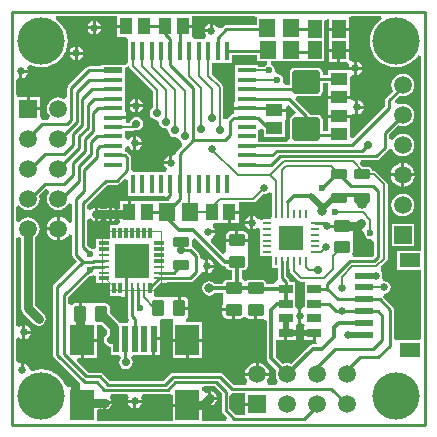
<source format=gtl>
G04 Layer_Physical_Order=1*
G04 Layer_Color=255*
%FSLAX24Y24*%
%MOIN*%
G70*
G01*
G75*
%ADD10R,0.0787X0.0984*%
%ADD11R,0.0197X0.0906*%
%ADD12R,0.0610X0.0236*%
%ADD13R,0.0709X0.0472*%
%ADD14R,0.0472X0.0276*%
%ADD15O,0.0315X0.0098*%
%ADD16R,0.0315X0.0098*%
%ADD17R,0.0098X0.0315*%
%ADD18R,0.0787X0.0787*%
%ADD19R,0.1181X0.1181*%
%ADD20R,0.0380X0.0120*%
%ADD21R,0.0380X0.0110*%
%ADD22R,0.0380X0.0115*%
%ADD23R,0.0120X0.0380*%
%ADD24R,0.0110X0.0380*%
%ADD25R,0.0551X0.0433*%
%ADD26R,0.0551X0.0591*%
G04:AMPARAMS|DCode=27|XSize=55.1mil|YSize=39.4mil|CornerRadius=4.9mil|HoleSize=0mil|Usage=FLASHONLY|Rotation=270.000|XOffset=0mil|YOffset=0mil|HoleType=Round|Shape=RoundedRectangle|*
%AMROUNDEDRECTD27*
21,1,0.0551,0.0295,0,0,270.0*
21,1,0.0453,0.0394,0,0,270.0*
1,1,0.0098,-0.0148,-0.0226*
1,1,0.0098,-0.0148,0.0226*
1,1,0.0098,0.0148,0.0226*
1,1,0.0098,0.0148,-0.0226*
%
%ADD27ROUNDEDRECTD27*%
%ADD28R,0.0472X0.0591*%
%ADD29R,0.0433X0.0551*%
%ADD30R,0.0177X0.0630*%
%ADD31R,0.0630X0.0177*%
%ADD32R,0.0630X0.0197*%
G04:AMPARAMS|DCode=33|XSize=55.1mil|YSize=39.4mil|CornerRadius=4.9mil|HoleSize=0mil|Usage=FLASHONLY|Rotation=0.000|XOffset=0mil|YOffset=0mil|HoleType=Round|Shape=RoundedRectangle|*
%AMROUNDEDRECTD33*
21,1,0.0551,0.0295,0,0,0.0*
21,1,0.0453,0.0394,0,0,0.0*
1,1,0.0098,0.0226,-0.0148*
1,1,0.0098,-0.0226,-0.0148*
1,1,0.0098,-0.0226,0.0148*
1,1,0.0098,0.0226,0.0148*
%
%ADD33ROUNDEDRECTD33*%
G04:AMPARAMS|DCode=34|XSize=51.2mil|YSize=31.5mil|CornerRadius=3.9mil|HoleSize=0mil|Usage=FLASHONLY|Rotation=0.000|XOffset=0mil|YOffset=0mil|HoleType=Round|Shape=RoundedRectangle|*
%AMROUNDEDRECTD34*
21,1,0.0512,0.0236,0,0,0.0*
21,1,0.0433,0.0315,0,0,0.0*
1,1,0.0079,0.0217,-0.0118*
1,1,0.0079,-0.0217,-0.0118*
1,1,0.0079,-0.0217,0.0118*
1,1,0.0079,0.0217,0.0118*
%
%ADD34ROUNDEDRECTD34*%
G04:AMPARAMS|DCode=35|XSize=78.7mil|YSize=94.5mil|CornerRadius=9.8mil|HoleSize=0mil|Usage=FLASHONLY|Rotation=90.000|XOffset=0mil|YOffset=0mil|HoleType=Round|Shape=RoundedRectangle|*
%AMROUNDEDRECTD35*
21,1,0.0787,0.0748,0,0,90.0*
21,1,0.0591,0.0945,0,0,90.0*
1,1,0.0197,0.0374,0.0295*
1,1,0.0197,0.0374,-0.0295*
1,1,0.0197,-0.0374,-0.0295*
1,1,0.0197,-0.0374,0.0295*
%
%ADD35ROUNDEDRECTD35*%
%ADD36C,0.0100*%
%ADD37C,0.0300*%
%ADD38C,0.0080*%
%ADD39C,0.0200*%
%ADD40C,0.0120*%
%ADD41C,0.0140*%
%ADD42C,0.0000*%
%ADD43C,0.1575*%
%ADD44C,0.0591*%
%ADD45R,0.0591X0.0591*%
%ADD46R,0.0591X0.0591*%
%ADD47C,0.0256*%
%ADD48C,0.0315*%
%ADD49C,0.0236*%
%ADD50C,0.0276*%
%ADD51C,0.0394*%
%ADD52C,0.0260*%
G36*
X38213Y30375D02*
Y29913D01*
X38206D01*
Y29623D01*
X38148Y29512D01*
X37932D01*
X37881Y29502D01*
X37862Y29489D01*
X37835Y29486D01*
X37764Y29497D01*
X37720Y29511D01*
X37692Y29552D01*
X37617Y29603D01*
X37578Y29610D01*
Y29388D01*
Y29165D01*
X37617Y29173D01*
X37683Y29217D01*
X37729Y29207D01*
X37803Y29173D01*
Y28660D01*
Y28266D01*
X38206D01*
Y27863D01*
X38400D01*
Y27533D01*
X38404Y27514D01*
X38339Y27394D01*
X38339D01*
X38246Y27329D01*
X38006D01*
Y27340D01*
X37996Y27390D01*
X37967Y27433D01*
X37924Y27461D01*
X37874Y27472D01*
X37421D01*
X37371Y27461D01*
X37328Y27433D01*
X37288D01*
X37181Y27529D01*
Y27804D01*
X37254D01*
X37304Y27814D01*
X37347Y27843D01*
X37376Y27885D01*
X37386Y27936D01*
Y28231D01*
X37382Y28251D01*
X37382Y28251D01*
Y28567D01*
X37394Y28586D01*
X37406Y28644D01*
Y28742D01*
X36649D01*
Y28644D01*
X36661Y28586D01*
X36673Y28567D01*
Y28404D01*
X36553Y28354D01*
X36158Y28749D01*
X36161Y28793D01*
X36189Y28888D01*
X36242Y28923D01*
X36292Y28999D01*
X36300Y29038D01*
X36078D01*
Y29138D01*
X36300D01*
X36292Y29177D01*
X36242Y29252D01*
X36227Y29262D01*
X36263Y29382D01*
X36456D01*
Y29362D01*
X36723D01*
Y29738D01*
X36773D01*
Y29788D01*
X37089D01*
Y30065D01*
X37578D01*
X37624Y30075D01*
X37664Y30101D01*
X37895Y30332D01*
X37928Y30326D01*
X38009Y30342D01*
X38077Y30388D01*
X38093Y30411D01*
X38213Y30375D01*
D02*
G37*
G36*
X33384Y30800D02*
Y30268D01*
X34624D01*
Y30248D01*
X34710D01*
X34774Y30128D01*
X34764Y30113D01*
X34328D01*
X34319Y30093D01*
X33749D01*
Y30113D01*
X33482D01*
Y29738D01*
X33382D01*
Y30113D01*
X33116D01*
Y29846D01*
X32996Y29809D01*
X32980Y29834D01*
X32903Y29884D01*
X32864Y29892D01*
Y29668D01*
Y29443D01*
X32903Y29451D01*
X32980Y29502D01*
X32996Y29526D01*
X33116Y29490D01*
Y29362D01*
X33020Y29303D01*
X32797D01*
Y28848D01*
X32343D01*
Y28559D01*
X32339Y28556D01*
X32223Y28506D01*
X32195Y28524D01*
X32118Y28540D01*
X32040Y28623D01*
Y29489D01*
X32160Y29525D01*
X32176Y29502D01*
X32252Y29451D01*
X32291Y29443D01*
Y29668D01*
Y29892D01*
X32252Y29884D01*
X32176Y29834D01*
X32160Y29810D01*
X32040Y29847D01*
Y29983D01*
X32712Y30655D01*
X33028D01*
X33078Y30665D01*
X33121Y30694D01*
X33273Y30846D01*
X33384Y30800D01*
D02*
G37*
G36*
X30703Y30510D02*
X30750Y30432D01*
X30755Y30384D01*
X30750Y30377D01*
X30712Y30286D01*
X30699Y30188D01*
X30712Y30090D01*
X30750Y29999D01*
X30810Y29920D01*
X30888Y29860D01*
X30980Y29822D01*
X31078Y29809D01*
X31176Y29822D01*
X31267Y29860D01*
X31345Y29920D01*
X31405Y29999D01*
X31425Y30046D01*
X31545Y30022D01*
Y29406D01*
X31425Y29382D01*
X31423Y29387D01*
X31359Y29470D01*
X31277Y29533D01*
X31181Y29573D01*
X31128Y29580D01*
Y29188D01*
Y28796D01*
X31181Y28803D01*
X31277Y28843D01*
X31359Y28906D01*
X31423Y28988D01*
X31425Y28994D01*
X31545Y28970D01*
Y28298D01*
X31555Y28247D01*
X31584Y28204D01*
X31698Y28090D01*
X30934Y27325D01*
X30905Y27282D01*
X30895Y27232D01*
Y24988D01*
X30905Y24937D01*
X30934Y24894D01*
X31809Y24019D01*
X31759Y23899D01*
X31382D01*
X31301Y23985D01*
X31237Y24106D01*
X31128Y24238D01*
X30996Y24347D01*
X30845Y24427D01*
X30682Y24477D01*
X30512Y24494D01*
X30342Y24477D01*
X30223Y24441D01*
X30186Y24456D01*
X30121Y24501D01*
X30103Y24523D01*
X30092Y24577D01*
X30042Y24652D01*
X29966Y24703D01*
X29928Y24710D01*
Y24488D01*
X29828D01*
Y24710D01*
X29789Y24703D01*
X29780Y24697D01*
X29660Y24761D01*
Y25512D01*
X29712Y25543D01*
X29780Y25562D01*
X29839Y25523D01*
X29878Y25515D01*
Y25738D01*
Y25960D01*
X29839Y25953D01*
X29780Y25913D01*
X29712Y25933D01*
X29660Y25964D01*
Y28870D01*
X29780Y28918D01*
X29843Y28867D01*
Y26538D01*
X29861Y26448D01*
X29912Y26372D01*
X30262Y26022D01*
X30338Y25971D01*
X30428Y25953D01*
X30517Y25971D01*
X30593Y26022D01*
X30644Y26098D01*
X30662Y26188D01*
X30644Y26278D01*
X30593Y26354D01*
X30312Y26635D01*
Y28895D01*
X30345Y28920D01*
X30405Y28999D01*
X30443Y29090D01*
X30456Y29188D01*
X30443Y29286D01*
X30405Y29377D01*
X30345Y29455D01*
X30267Y29516D01*
X30176Y29553D01*
X30078Y29566D01*
X29980Y29553D01*
X29888Y29516D01*
X29810Y29455D01*
X29780Y29417D01*
X29660Y29457D01*
Y29918D01*
X29780Y29959D01*
X29810Y29920D01*
X29888Y29860D01*
X29980Y29822D01*
X30078Y29809D01*
X30176Y29822D01*
X30267Y29860D01*
X30345Y29920D01*
X30405Y29999D01*
X30443Y30090D01*
X30456Y30188D01*
X30443Y30286D01*
X30434Y30307D01*
X30639Y30511D01*
X30703Y30510D01*
D02*
G37*
G36*
X38993Y33085D02*
X38936Y32972D01*
X38894Y32964D01*
X38835Y32924D01*
X38795Y32865D01*
X38782Y32796D01*
Y32205D01*
X38692Y32090D01*
X37747D01*
Y32464D01*
X37867Y32521D01*
X37922Y32478D01*
Y32246D01*
X38633D01*
Y32817D01*
X38653D01*
Y33083D01*
X38278D01*
Y33183D01*
X38653D01*
Y33255D01*
X38773Y33305D01*
X38993Y33085D01*
D02*
G37*
G36*
X37698Y34773D02*
X38020D01*
X38032Y34653D01*
X38015Y34649D01*
X37950Y34605D01*
X37936Y34585D01*
X37747D01*
Y34631D01*
X36957D01*
Y34294D01*
Y33979D01*
Y33664D01*
Y33391D01*
X36937D01*
Y33253D01*
X37352D01*
Y33153D01*
X36937D01*
Y33020D01*
X36887Y33010D01*
X36844Y32982D01*
X36714Y32852D01*
X36700Y32831D01*
X36590Y32846D01*
X36580Y32851D01*
Y33898D01*
X36571Y33945D01*
X36544Y33984D01*
X36195Y34334D01*
Y34717D01*
X36871D01*
Y34980D01*
X37698D01*
Y34773D01*
D02*
G37*
G36*
X33016Y35988D02*
X33332D01*
Y35888D01*
X33016D01*
Y35562D01*
X33287D01*
X33384Y35507D01*
Y34723D01*
X33321Y34663D01*
X33296Y34641D01*
X32508D01*
Y34595D01*
X32102D01*
X32052Y34585D01*
X32009Y34556D01*
X31414Y33962D01*
X31385Y33919D01*
X31375Y33868D01*
Y33584D01*
X31301Y33537D01*
X31255Y33520D01*
X31176Y33553D01*
X31078Y33566D01*
X30980Y33553D01*
X30888Y33516D01*
X30810Y33455D01*
X30750Y33377D01*
X30712Y33286D01*
X30699Y33188D01*
X30712Y33090D01*
X30750Y32999D01*
X30794Y32940D01*
X30774Y32867D01*
X30743Y32820D01*
X30559D01*
X30528Y32820D01*
X30473Y32932D01*
Y33138D01*
X30078D01*
Y33188D01*
X30028D01*
Y33583D01*
X29682D01*
X29660Y33694D01*
Y34131D01*
X29680Y34154D01*
X29778Y34213D01*
Y34438D01*
X29828D01*
Y34488D01*
X30050D01*
X30042Y34527D01*
X30113Y34637D01*
X30139Y34649D01*
X30178Y34628D01*
X30342Y34578D01*
X30512Y34561D01*
X30682Y34578D01*
X30845Y34628D01*
X30996Y34708D01*
X31128Y34817D01*
X31237Y34949D01*
X31317Y35100D01*
X31367Y35263D01*
X31383Y35433D01*
X31367Y35603D01*
X31317Y35767D01*
X31237Y35917D01*
X31128Y36049D01*
X30996Y36158D01*
X30983Y36165D01*
X31013Y36285D01*
X33016D01*
Y35988D01*
D02*
G37*
G36*
X33433Y34598D02*
X33440Y34566D01*
X33466Y34526D01*
X34225Y33767D01*
Y33218D01*
X34191Y33195D01*
X34142Y33123D01*
X34125Y33038D01*
X34142Y32953D01*
X34191Y32881D01*
X34263Y32833D01*
X34348Y32816D01*
X34425Y32748D01*
X34442Y32663D01*
X34491Y32591D01*
X34563Y32543D01*
X34648Y32526D01*
X34736Y32458D01*
X34752Y32373D01*
X34801Y32301D01*
X34873Y32253D01*
X34958Y32236D01*
X35080Y32197D01*
X35128Y32125D01*
X35176Y32093D01*
X35204Y31995D01*
X35206Y31953D01*
X35034Y31782D01*
X35005Y31739D01*
X34995Y31688D01*
X34986Y31678D01*
X34878Y31612D01*
Y31388D01*
X34828D01*
Y31338D01*
X34605D01*
X34613Y31299D01*
X34663Y31223D01*
X34701Y31198D01*
X34664Y31078D01*
X34624D01*
Y31058D01*
X33614D01*
X33510Y31138D01*
Y31538D01*
X33500Y31589D01*
X33471Y31632D01*
X33381Y31722D01*
X33338Y31750D01*
X33298Y31758D01*
Y31873D01*
X33409Y31942D01*
X33418Y31941D01*
X33463Y31873D01*
X33539Y31823D01*
X33578Y31815D01*
Y32038D01*
Y32260D01*
X33539Y32253D01*
X33463Y32202D01*
X33418Y32135D01*
X33409Y32133D01*
X33298Y32203D01*
Y32450D01*
X33563D01*
X33609Y32460D01*
X33632Y32475D01*
X33678Y32466D01*
X33763Y32483D01*
X33835Y32531D01*
X33883Y32603D01*
X33900Y32688D01*
X33883Y32773D01*
X33835Y32845D01*
X33763Y32893D01*
X33678Y32910D01*
X33593Y32893D01*
X33521Y32845D01*
X33472Y32773D01*
X33457Y32695D01*
X33436D01*
X33318Y32699D01*
Y32838D01*
X32903D01*
Y32938D01*
X33318D01*
Y33076D01*
X33298D01*
Y33349D01*
Y33664D01*
Y33979D01*
Y34284D01*
Y34526D01*
X33355Y34585D01*
X33418Y34608D01*
X33433Y34598D01*
D02*
G37*
G36*
X34886Y23626D02*
Y23357D01*
X35380D01*
Y23257D01*
X34886D01*
Y22770D01*
X32369D01*
Y23153D01*
X32398Y23174D01*
X32489Y23206D01*
X32539Y23173D01*
X32578Y23165D01*
Y23388D01*
X32628D01*
Y23438D01*
X32850D01*
X32842Y23477D01*
X32792Y23552D01*
X32787Y23555D01*
X32824Y23675D01*
X33373D01*
X33432Y23555D01*
X33413Y23527D01*
X33405Y23488D01*
X33850D01*
X33842Y23527D01*
X33823Y23555D01*
X33882Y23675D01*
X34718D01*
X34766Y23685D01*
X34768Y23685D01*
X34886Y23626D01*
D02*
G37*
G36*
X36515Y23693D02*
Y23128D01*
X36525Y23077D01*
X36554Y23034D01*
X36707Y22881D01*
X36661Y22770D01*
X35873D01*
Y23300D01*
X35892Y23316D01*
X35993Y23353D01*
X36039Y23323D01*
X36078Y23315D01*
Y23538D01*
Y23760D01*
X36039Y23753D01*
X35993Y23722D01*
X35892Y23760D01*
X35873Y23775D01*
Y23899D01*
X35982Y23925D01*
X36283D01*
X36515Y23693D01*
D02*
G37*
G36*
X37302Y23378D02*
X37698D01*
Y23278D01*
X37302D01*
Y22975D01*
X36988D01*
X36780Y23183D01*
Y23610D01*
X36858Y23715D01*
X37302D01*
Y23378D01*
D02*
G37*
G36*
X38779Y27843D02*
X38804D01*
Y27789D01*
X38813Y27743D01*
X38839Y27703D01*
X39091Y27451D01*
X39131Y27425D01*
X39173Y27416D01*
X39284Y27394D01*
Y26958D01*
X39284D01*
Y26902D01*
X39284D01*
Y26602D01*
X39271Y26582D01*
X39178Y26522D01*
Y26288D01*
Y26054D01*
X39284Y25985D01*
Y25974D01*
X39264Y25937D01*
X39264D01*
Y25750D01*
X39600D01*
Y25700D01*
X39650D01*
Y25455D01*
X39710Y25342D01*
X39703Y25331D01*
X39548D01*
X39489Y25319D01*
X39439Y25286D01*
X38832Y24678D01*
X38796Y24693D01*
X38698Y24706D01*
X38600Y24693D01*
X38563Y24678D01*
X38321Y24921D01*
Y25462D01*
X38605D01*
Y25700D01*
X38655D01*
Y25750D01*
X38991D01*
Y25937D01*
X38991D01*
Y25954D01*
X39078Y26034D01*
Y26288D01*
Y26522D01*
X38985Y26582D01*
X38971Y26602D01*
Y26902D01*
X38971D01*
Y26958D01*
X38971D01*
Y27394D01*
X38788D01*
Y27410D01*
X38778Y27461D01*
X38749Y27504D01*
X38665Y27588D01*
Y27843D01*
X38679D01*
Y28100D01*
X38779D01*
Y27843D01*
D02*
G37*
G36*
X41089Y29173D02*
X41178Y29155D01*
X41186Y29157D01*
X41279Y29053D01*
X41276Y29038D01*
X41291Y28960D01*
X41335Y28895D01*
X41400Y28851D01*
X41478Y28836D01*
X41595Y28745D01*
Y28293D01*
X41543Y28240D01*
X40929D01*
X40910Y28265D01*
X40876Y28360D01*
X40886Y28375D01*
X40896Y28426D01*
Y28721D01*
X40892Y28741D01*
X40892Y28741D01*
Y29057D01*
X40904Y29076D01*
X40916Y29134D01*
Y29155D01*
X40954Y29181D01*
X41036Y29208D01*
X41089Y29173D01*
D02*
G37*
G36*
X36521Y27983D02*
X36521Y27983D01*
X36567Y27952D01*
X36622Y27941D01*
X36679Y27885D01*
X36708Y27843D01*
X36751Y27814D01*
X36801Y27804D01*
X36875D01*
Y27472D01*
X36691D01*
X36641Y27461D01*
X36598Y27433D01*
X36569Y27390D01*
X36560Y27345D01*
X36295D01*
X36279Y27370D01*
X36200Y27422D01*
X36108Y27440D01*
X36015Y27422D01*
X35936Y27370D01*
X35884Y27291D01*
X35865Y27198D01*
X35884Y27106D01*
X35936Y27027D01*
X36015Y26975D01*
X36108Y26956D01*
X36200Y26975D01*
X36279Y27027D01*
X36287Y27039D01*
X36449D01*
X36563Y27025D01*
Y26708D01*
X36551Y26689D01*
X36539Y26631D01*
Y26533D01*
X36918D01*
Y26483D01*
X36968D01*
Y26184D01*
X37144D01*
X37202Y26195D01*
X37252Y26228D01*
X37314D01*
X37363Y26195D01*
X37421Y26184D01*
X37598D01*
Y26483D01*
X37698D01*
Y26184D01*
X37874D01*
X37895Y26188D01*
X37992Y26130D01*
X38015Y26106D01*
Y24858D01*
X38026Y24799D01*
X38059Y24750D01*
X38347Y24462D01*
X38332Y24426D01*
X38319Y24328D01*
X38332Y24230D01*
X38370Y24139D01*
X38399Y24100D01*
X38346Y23980D01*
X38080D01*
X38021Y24100D01*
X38043Y24128D01*
X38083Y24225D01*
X38090Y24278D01*
X37305D01*
X37312Y24225D01*
X37352Y24128D01*
X37374Y24100D01*
X37315Y23980D01*
X36912D01*
X36561Y24332D01*
X36518Y24360D01*
X36468Y24370D01*
X34893D01*
X34842Y24360D01*
X34799Y24332D01*
X34588Y24120D01*
X32792D01*
X32561Y24352D01*
X32518Y24380D01*
X32468Y24390D01*
X32067D01*
X31688Y24769D01*
X31734Y24880D01*
X31826D01*
Y25472D01*
X31876D01*
Y25522D01*
X32369D01*
Y25980D01*
X32514D01*
X32693Y25801D01*
Y25657D01*
X32661Y25635D01*
X32612Y25563D01*
X32596Y25478D01*
X32612Y25393D01*
X32661Y25321D01*
X32733Y25273D01*
X32818Y25256D01*
X32819Y25254D01*
Y24979D01*
X33100D01*
X33121Y24950D01*
X33153Y24859D01*
X33122Y24813D01*
X33105Y24728D01*
X33122Y24643D01*
X33171Y24571D01*
X33243Y24523D01*
X33328Y24506D01*
X33413Y24523D01*
X33485Y24571D01*
X33533Y24643D01*
X33550Y24728D01*
X33533Y24813D01*
X33502Y24859D01*
X33534Y24950D01*
X33555Y24979D01*
X34059D01*
Y24959D01*
X34207D01*
Y25511D01*
X34257D01*
Y25561D01*
X34456D01*
Y26064D01*
X34456Y26064D01*
X34456D01*
X34506Y26164D01*
X34571Y26183D01*
X34884D01*
X34886Y26064D01*
X34886Y26053D01*
Y25522D01*
X35873D01*
Y26064D01*
X35358D01*
X35347Y26093D01*
X35338Y26184D01*
X35367Y26204D01*
X35400Y26253D01*
X35412Y26311D01*
Y26488D01*
X35112D01*
Y26538D01*
X35062D01*
Y26916D01*
X34964D01*
X34906Y26905D01*
X34887Y26892D01*
X34571D01*
X34570Y26892D01*
X34551Y26896D01*
X34363D01*
X34258Y26933D01*
X34258Y26984D01*
Y27175D01*
X34473Y27390D01*
X34713D01*
Y27395D01*
X35478D01*
X35528Y27405D01*
X35571Y27434D01*
X35771Y27634D01*
X35797Y27673D01*
X35801Y27678D01*
X35910Y27729D01*
X35930Y27729D01*
X35939Y27723D01*
X35978Y27715D01*
Y27938D01*
Y28160D01*
X35939Y28153D01*
X35930Y28147D01*
X35810Y28211D01*
Y28258D01*
X35800Y28309D01*
X35771Y28352D01*
X35551Y28572D01*
X35509Y28600D01*
X35516Y28633D01*
Y28818D01*
X35636Y28868D01*
X36521Y27983D01*
D02*
G37*
G36*
X32338Y27591D02*
X32343Y27587D01*
Y27387D01*
X32797D01*
Y26933D01*
X33176D01*
Y26913D01*
X33281D01*
Y27203D01*
X33381D01*
Y26913D01*
X33395D01*
Y26258D01*
X33405Y26207D01*
X33434Y26164D01*
X33384Y26044D01*
X33106D01*
X33093Y26064D01*
X32791Y26366D01*
Y26564D01*
X32781Y26615D01*
X32753Y26657D01*
X32710Y26686D01*
X32660Y26696D01*
X32364D01*
X32345Y26692D01*
X32345Y26692D01*
X32028D01*
X32009Y26705D01*
X31951Y26716D01*
X31853D01*
Y26338D01*
X31753D01*
Y26716D01*
X31656D01*
X31597Y26705D01*
X31548Y26672D01*
X31530Y26645D01*
X31417Y26662D01*
X31410Y26665D01*
Y26913D01*
X32105Y27608D01*
X32118Y27606D01*
X32195Y27621D01*
X32223Y27640D01*
X32338Y27591D01*
D02*
G37*
G36*
X37688Y36253D02*
Y35970D01*
X36678D01*
X36627Y35960D01*
X36584Y35932D01*
X36517Y35865D01*
X36468Y35869D01*
X36379Y35896D01*
X36342Y35952D01*
X36267Y36003D01*
X36228Y36010D01*
Y35788D01*
X36178D01*
Y35738D01*
X35955D01*
X35963Y35699D01*
X36011Y35627D01*
X36006Y35605D01*
X35971Y35507D01*
X35637D01*
X35539Y35562D01*
Y35888D01*
X35223D01*
Y35988D01*
X35539D01*
Y36285D01*
X37581D01*
X37688Y36253D01*
D02*
G37*
G36*
X41852Y36165D02*
X41839Y36158D01*
X41707Y36049D01*
X41598Y35917D01*
X41518Y35767D01*
X41468Y35603D01*
X41451Y35433D01*
X41468Y35263D01*
X41518Y35100D01*
X41598Y34949D01*
X41707Y34817D01*
X41839Y34708D01*
X41989Y34628D01*
X42153Y34578D01*
X42323Y34561D01*
X42493Y34578D01*
X42656Y34628D01*
X42807Y34708D01*
X42939Y34817D01*
X43048Y34949D01*
X43055Y34962D01*
X43175Y34932D01*
Y28450D01*
X42356D01*
Y27818D01*
X43175D01*
Y25543D01*
X43090Y25458D01*
X42356D01*
X42260Y25516D01*
Y26488D01*
X42250Y26539D01*
X42221Y26582D01*
X41902Y26901D01*
X41925Y26978D01*
X41946Y27017D01*
X41948Y27018D01*
X42018Y27032D01*
X42087Y27078D01*
X42133Y27147D01*
X42149Y27228D01*
X42133Y27309D01*
X42087Y27378D01*
X42018Y27424D01*
X41937Y27440D01*
X41909Y27477D01*
X41866Y27549D01*
X41880Y27618D01*
X41863Y27699D01*
X41824Y27758D01*
X41817Y27768D01*
X41822Y27909D01*
X42014Y28101D01*
X42041Y28141D01*
X42050Y28188D01*
Y30658D01*
X42041Y30705D01*
X42014Y30744D01*
X41670Y31088D01*
X41631Y31115D01*
X41584Y31124D01*
X41535D01*
X41527Y31166D01*
X41500Y31206D01*
X41461Y31232D01*
X41414Y31241D01*
X41241D01*
X41128Y31354D01*
X41174Y31465D01*
X41678D01*
X41728Y31475D01*
X41771Y31504D01*
X42061Y31794D01*
X42084Y31828D01*
X42131Y31836D01*
X42211Y31833D01*
X42230Y31789D01*
X42290Y31710D01*
X42368Y31650D01*
X42460Y31612D01*
X42558Y31599D01*
X42656Y31612D01*
X42747Y31650D01*
X42825Y31710D01*
X42885Y31789D01*
X42923Y31880D01*
X42936Y31978D01*
X42923Y32076D01*
X42885Y32167D01*
X42825Y32245D01*
X42747Y32306D01*
X42656Y32343D01*
X42558Y32356D01*
X42460Y32343D01*
X42368Y32306D01*
X42290Y32245D01*
X42230Y32167D01*
X42220Y32144D01*
X42100Y32168D01*
Y32333D01*
X42403Y32636D01*
X42460Y32612D01*
X42558Y32599D01*
X42656Y32612D01*
X42747Y32650D01*
X42825Y32710D01*
X42885Y32789D01*
X42923Y32880D01*
X42936Y32978D01*
X42923Y33076D01*
X42885Y33167D01*
X42825Y33245D01*
X42747Y33306D01*
X42656Y33343D01*
X42558Y33356D01*
X42460Y33343D01*
X42423Y33328D01*
X42306Y33383D01*
X42293Y33399D01*
X42285Y33458D01*
X42445Y33618D01*
X42460Y33612D01*
X42558Y33599D01*
X42656Y33612D01*
X42747Y33650D01*
X42825Y33710D01*
X42885Y33789D01*
X42923Y33880D01*
X42936Y33978D01*
X42923Y34076D01*
X42885Y34167D01*
X42825Y34245D01*
X42747Y34306D01*
X42656Y34343D01*
X42558Y34356D01*
X42460Y34343D01*
X42368Y34306D01*
X42290Y34245D01*
X42230Y34167D01*
X42192Y34076D01*
X42179Y33978D01*
X42192Y33880D01*
X42230Y33789D01*
X42235Y33782D01*
X42004Y33552D01*
X41975Y33509D01*
X41965Y33458D01*
Y33263D01*
X40903Y32201D01*
X40783Y32251D01*
Y32617D01*
X40803D01*
Y32883D01*
X40052D01*
Y32617D01*
X40072D01*
Y32425D01*
X39894D01*
Y32796D01*
X39880Y32865D01*
X39840Y32924D01*
X39781Y32964D01*
X39712Y32978D01*
X39452D01*
X39450Y32989D01*
X39421Y33032D01*
X38975Y33478D01*
X39025Y33598D01*
X39712D01*
X39781Y33612D01*
X39840Y33651D01*
X39880Y33710D01*
X39894Y33780D01*
Y34051D01*
X40072D01*
Y33889D01*
X40052D01*
Y33623D01*
X40803D01*
Y33889D01*
X40783D01*
Y34249D01*
X40871Y34311D01*
X40903Y34320D01*
X40928Y34315D01*
Y34488D01*
X40704D01*
X40681Y34460D01*
X40072D01*
Y34316D01*
X39894D01*
Y34370D01*
X39880Y34440D01*
X39840Y34499D01*
X39781Y34539D01*
X39712Y34552D01*
X38964D01*
X38894Y34539D01*
X38835Y34499D01*
X38795Y34440D01*
X38782Y34370D01*
Y33965D01*
X38645D01*
X38615Y34001D01*
X38569Y34085D01*
X38580Y34138D01*
X38564Y34215D01*
X38520Y34281D01*
X38455Y34324D01*
X38383Y34339D01*
X38376Y34342D01*
X38291Y34445D01*
X38294Y34463D01*
X38279Y34540D01*
X38235Y34605D01*
X38170Y34649D01*
X38153Y34653D01*
X38165Y34773D01*
X38486Y34773D01*
X38529Y34773D01*
X39197D01*
X39197Y34773D01*
X39311Y34763D01*
Y34763D01*
X39313Y34763D01*
X39944D01*
Y35463D01*
X39944Y36116D01*
X40052Y36185D01*
X40091Y36165D01*
Y35888D01*
X40764D01*
Y36165D01*
X40764Y36233D01*
X40862Y36285D01*
X41822D01*
X41852Y36165D01*
D02*
G37*
%LPC*%
G36*
X35260Y26916D02*
X35162D01*
Y26588D01*
X35412D01*
Y26764D01*
X35400Y26822D01*
X35367Y26872D01*
X35318Y26905D01*
X35260Y26916D01*
D02*
G37*
G36*
X36128Y36010D02*
X36089Y36003D01*
X36013Y35952D01*
X35963Y35877D01*
X35955Y35838D01*
X36128D01*
Y36010D01*
D02*
G37*
G36*
X30150Y25688D02*
X29978D01*
Y25515D01*
X30017Y25523D01*
X30092Y25573D01*
X30142Y25649D01*
X30150Y25688D01*
D02*
G37*
G36*
X39550Y25650D02*
X39264D01*
Y25462D01*
X39550D01*
Y25650D01*
D02*
G37*
G36*
X36868Y26433D02*
X36539D01*
Y26336D01*
X36551Y26278D01*
X36584Y26228D01*
X36633Y26195D01*
X36691Y26184D01*
X36868D01*
Y26433D01*
D02*
G37*
G36*
X29978Y25960D02*
Y25788D01*
X30150D01*
X30142Y25827D01*
X30092Y25902D01*
X30017Y25953D01*
X29978Y25960D01*
D02*
G37*
G36*
X32500Y35838D02*
X32328D01*
Y35665D01*
X32366Y35673D01*
X32442Y35723D01*
X32492Y35799D01*
X32500Y35838D01*
D02*
G37*
G36*
X31028Y29138D02*
X30685D01*
X30692Y29085D01*
X30732Y28988D01*
X30796Y28906D01*
X30878Y28843D01*
X30974Y28803D01*
X31028Y28796D01*
Y29138D01*
D02*
G37*
G36*
X36978Y29092D02*
X36801D01*
X36743Y29080D01*
X36694Y29047D01*
X36661Y28998D01*
X36649Y28940D01*
Y28842D01*
X36978D01*
Y29092D01*
D02*
G37*
G36*
X37254D02*
X37078D01*
Y28842D01*
X37406D01*
Y28940D01*
X37394Y28998D01*
X37362Y29047D01*
X37312Y29080D01*
X37254Y29092D01*
D02*
G37*
G36*
X42933Y29353D02*
X42182D01*
Y28603D01*
X42933D01*
Y29353D01*
D02*
G37*
G36*
X36250Y27888D02*
X36078D01*
Y27715D01*
X36116Y27723D01*
X36192Y27773D01*
X36242Y27849D01*
X36250Y27888D01*
D02*
G37*
G36*
X36078Y28160D02*
Y27988D01*
X36250D01*
X36242Y28027D01*
X36192Y28102D01*
X36116Y28153D01*
X36078Y28160D01*
D02*
G37*
G36*
X32228Y35838D02*
X32055D01*
X32063Y35799D01*
X32113Y35723D01*
X32189Y35673D01*
X32228Y35665D01*
Y35838D01*
D02*
G37*
G36*
Y36110D02*
X32189Y36103D01*
X32113Y36052D01*
X32063Y35977D01*
X32055Y35938D01*
X32228D01*
Y36110D01*
D02*
G37*
G36*
X36350Y23488D02*
X36178D01*
Y23315D01*
X36216Y23323D01*
X36292Y23373D01*
X36342Y23449D01*
X36350Y23488D01*
D02*
G37*
G36*
X36178Y23760D02*
Y23588D01*
X36350D01*
X36342Y23627D01*
X36292Y23702D01*
X36216Y23753D01*
X36178Y23760D01*
D02*
G37*
G36*
X33850Y23388D02*
X33678D01*
Y23215D01*
X33716Y23223D01*
X33792Y23273D01*
X33842Y23349D01*
X33850Y23388D01*
D02*
G37*
G36*
X32328Y36110D02*
Y35938D01*
X32500D01*
X32492Y35977D01*
X32442Y36052D01*
X32366Y36103D01*
X32328Y36110D01*
D02*
G37*
G36*
X32850Y23338D02*
X32678D01*
Y23165D01*
X32717Y23173D01*
X32792Y23223D01*
X32842Y23299D01*
X32850Y23338D01*
D02*
G37*
G36*
X33578Y23388D02*
X33405D01*
X33413Y23349D01*
X33463Y23273D01*
X33539Y23223D01*
X33578Y23215D01*
Y23388D01*
D02*
G37*
G36*
X35873Y25422D02*
X35430D01*
Y24880D01*
X35873D01*
Y25422D01*
D02*
G37*
G36*
X34456Y25461D02*
X34307D01*
Y24959D01*
X34456D01*
Y25461D01*
D02*
G37*
G36*
X38991Y25650D02*
X38705D01*
Y25462D01*
X38991D01*
Y25650D01*
D02*
G37*
G36*
X35330Y25422D02*
X34886D01*
Y24880D01*
X35330D01*
Y25422D01*
D02*
G37*
G36*
X37648Y24720D02*
X37594Y24713D01*
X37498Y24673D01*
X37416Y24610D01*
X37352Y24527D01*
X37312Y24431D01*
X37305Y24378D01*
X37648D01*
Y24720D01*
D02*
G37*
G36*
X37748D02*
Y24378D01*
X38090D01*
X38083Y24431D01*
X38043Y24527D01*
X37979Y24610D01*
X37897Y24673D01*
X37801Y24713D01*
X37748Y24720D01*
D02*
G37*
G36*
X32369Y25422D02*
X31926D01*
Y24880D01*
X32369D01*
Y25422D01*
D02*
G37*
G36*
X37478Y29338D02*
X37305D01*
X37313Y29299D01*
X37363Y29223D01*
X37439Y29173D01*
X37478Y29165D01*
Y29338D01*
D02*
G37*
G36*
X33628Y33238D02*
X33455D01*
X33463Y33199D01*
X33513Y33123D01*
X33589Y33073D01*
X33628Y33065D01*
Y33238D01*
D02*
G37*
G36*
X33900D02*
X33728D01*
Y33065D01*
X33767Y33073D01*
X33842Y33123D01*
X33892Y33199D01*
X33900Y33238D01*
D02*
G37*
G36*
X30128Y33583D02*
Y33238D01*
X30473D01*
Y33583D01*
X30128D01*
D02*
G37*
G36*
X41250Y33188D02*
X41078D01*
Y33015D01*
X41116Y33023D01*
X41192Y33073D01*
X41242Y33149D01*
X41250Y33188D01*
D02*
G37*
G36*
X31900Y34988D02*
X31728D01*
Y34815D01*
X31767Y34823D01*
X31842Y34873D01*
X31892Y34949D01*
X31900Y34988D01*
D02*
G37*
G36*
X31628D02*
X31455D01*
X31463Y34949D01*
X31513Y34873D01*
X31589Y34823D01*
X31628Y34815D01*
Y34988D01*
D02*
G37*
G36*
X40803Y33523D02*
X40052D01*
Y33256D01*
X40052Y33256D01*
X40052Y33253D01*
X40052Y33136D01*
Y32983D01*
X40829D01*
X40923Y33033D01*
X40939Y33023D01*
X40978Y33015D01*
Y33238D01*
Y33460D01*
X40939Y33453D01*
X40923Y33442D01*
X40803Y33506D01*
Y33523D01*
D02*
G37*
G36*
X41078Y33460D02*
Y33288D01*
X41250D01*
X41242Y33327D01*
X41192Y33402D01*
X41116Y33453D01*
X41078Y33460D01*
D02*
G37*
G36*
X40378Y35088D02*
X40091D01*
Y34743D01*
X40378D01*
Y35088D01*
D02*
G37*
G36*
X41028Y34760D02*
Y34588D01*
X41200D01*
X41192Y34627D01*
X41142Y34702D01*
X41066Y34753D01*
X41028Y34760D01*
D02*
G37*
G36*
X40764Y35088D02*
X40478D01*
Y34743D01*
X40696D01*
X40763Y34627D01*
X40755Y34588D01*
X40928D01*
Y34760D01*
X40889Y34753D01*
X40884Y34749D01*
X40764Y34813D01*
Y35088D01*
D02*
G37*
G36*
X41200Y34488D02*
X41028D01*
Y34315D01*
X41066Y34323D01*
X41142Y34373D01*
X41192Y34449D01*
X41200Y34488D01*
D02*
G37*
G36*
X33628Y33510D02*
X33589Y33503D01*
X33513Y33452D01*
X33463Y33377D01*
X33455Y33338D01*
X33628D01*
Y33510D01*
D02*
G37*
G36*
X33728D02*
Y33338D01*
X33900D01*
X33892Y33377D01*
X33842Y33452D01*
X33767Y33503D01*
X33728Y33510D01*
D02*
G37*
G36*
X30050Y34388D02*
X29878D01*
Y34215D01*
X29917Y34223D01*
X29992Y34273D01*
X30042Y34349D01*
X30050Y34388D01*
D02*
G37*
G36*
X40764Y35788D02*
X40091D01*
Y35443D01*
Y35188D01*
X40764D01*
Y35443D01*
Y35788D01*
D02*
G37*
G36*
X32764Y29892D02*
X32724Y29884D01*
X32650Y29835D01*
X32648Y29834D01*
X32507Y29834D01*
X32505Y29835D01*
X32431Y29884D01*
X32391Y29892D01*
Y29668D01*
Y29443D01*
X32431Y29451D01*
X32505Y29500D01*
X32507Y29502D01*
X32648Y29502D01*
X32650Y29500D01*
X32724Y29451D01*
X32764Y29443D01*
Y29668D01*
Y29892D01*
D02*
G37*
G36*
X31728Y35260D02*
Y35088D01*
X31900D01*
X31892Y35127D01*
X31842Y35202D01*
X31767Y35253D01*
X31728Y35260D01*
D02*
G37*
G36*
X42558Y30356D02*
X42460Y30343D01*
X42368Y30306D01*
X42290Y30245D01*
X42230Y30167D01*
X42192Y30076D01*
X42179Y29978D01*
X42192Y29880D01*
X42230Y29789D01*
X42290Y29710D01*
X42368Y29650D01*
X42460Y29612D01*
X42558Y29599D01*
X42656Y29612D01*
X42747Y29650D01*
X42825Y29710D01*
X42885Y29789D01*
X42923Y29880D01*
X42936Y29978D01*
X42923Y30076D01*
X42885Y30167D01*
X42825Y30245D01*
X42747Y30306D01*
X42656Y30343D01*
X42558Y30356D01*
D02*
G37*
G36*
X31028Y29580D02*
X30974Y29573D01*
X30878Y29533D01*
X30796Y29470D01*
X30732Y29387D01*
X30692Y29291D01*
X30685Y29238D01*
X31028D01*
Y29580D01*
D02*
G37*
G36*
X37089Y29688D02*
X36823D01*
Y29362D01*
X37089D01*
Y29688D01*
D02*
G37*
G36*
X37478Y29610D02*
X37439Y29603D01*
X37363Y29552D01*
X37313Y29477D01*
X37305Y29438D01*
X37478D01*
Y29610D01*
D02*
G37*
G36*
X31628Y35260D02*
X31589Y35253D01*
X31513Y35202D01*
X31463Y35127D01*
X31455Y35088D01*
X31628D01*
Y35260D01*
D02*
G37*
G36*
X34778Y31610D02*
X34739Y31603D01*
X34663Y31552D01*
X34613Y31477D01*
X34605Y31438D01*
X34778D01*
Y31610D01*
D02*
G37*
G36*
X33850Y31988D02*
X33678D01*
Y31815D01*
X33716Y31823D01*
X33792Y31873D01*
X33842Y31949D01*
X33850Y31988D01*
D02*
G37*
G36*
X33678Y32260D02*
Y32088D01*
X33850D01*
X33842Y32127D01*
X33792Y32202D01*
X33716Y32253D01*
X33678Y32260D01*
D02*
G37*
G36*
X42608Y31370D02*
Y31028D01*
X42950D01*
X42943Y31081D01*
X42903Y31177D01*
X42839Y31260D01*
X42757Y31323D01*
X42661Y31363D01*
X42608Y31370D01*
D02*
G37*
G36*
X42508Y30928D02*
X42165D01*
X42172Y30875D01*
X42212Y30778D01*
X42276Y30696D01*
X42358Y30633D01*
X42454Y30593D01*
X42508Y30586D01*
Y30928D01*
D02*
G37*
G36*
X42950D02*
X42608D01*
Y30586D01*
X42661Y30593D01*
X42757Y30633D01*
X42839Y30696D01*
X42903Y30778D01*
X42943Y30875D01*
X42950Y30928D01*
D02*
G37*
G36*
X42508Y31370D02*
X42454Y31363D01*
X42358Y31323D01*
X42276Y31260D01*
X42212Y31177D01*
X42172Y31081D01*
X42165Y31028D01*
X42508D01*
Y31370D01*
D02*
G37*
%LPD*%
D10*
X35380Y23307D02*
D03*
X31876D02*
D03*
Y25472D02*
D03*
X35380D02*
D03*
D11*
X32998Y25511D02*
D03*
X33313D02*
D03*
X33628D02*
D03*
X33942D02*
D03*
X34257D02*
D03*
D12*
X41265Y26047D02*
D03*
Y25654D02*
D03*
Y27622D02*
D03*
Y27228D02*
D03*
Y26441D02*
D03*
Y26835D02*
D03*
D13*
X42790Y25142D02*
D03*
Y28134D02*
D03*
D14*
X38655Y26684D02*
D03*
Y27176D02*
D03*
Y26192D02*
D03*
Y25700D02*
D03*
X39600Y27176D02*
D03*
Y26684D02*
D03*
Y25700D02*
D03*
Y26192D02*
D03*
D15*
X38040Y29380D02*
D03*
D16*
Y29183D02*
D03*
Y28986D02*
D03*
Y28789D02*
D03*
Y28593D02*
D03*
Y28396D02*
D03*
X39615D02*
D03*
Y28593D02*
D03*
Y28789D02*
D03*
Y28986D02*
D03*
Y29183D02*
D03*
Y29380D02*
D03*
D17*
X38335Y28100D02*
D03*
X38532D02*
D03*
X38729D02*
D03*
X38926D02*
D03*
X39123D02*
D03*
X39320D02*
D03*
Y29675D02*
D03*
X39123D02*
D03*
X38926D02*
D03*
X38729D02*
D03*
X38532D02*
D03*
X38335D02*
D03*
D18*
X38828Y28888D02*
D03*
D19*
X33528Y28118D02*
D03*
D20*
X32613Y27527D02*
D03*
Y28512D02*
D03*
Y28708D02*
D03*
X34443D02*
D03*
Y28512D02*
D03*
Y28315D02*
D03*
Y28118D02*
D03*
D21*
X32613Y27724D02*
D03*
Y28315D02*
D03*
X34443Y27921D02*
D03*
D22*
X32613D02*
D03*
Y28118D02*
D03*
X34443Y27724D02*
D03*
Y27527D02*
D03*
D23*
X32937Y29033D02*
D03*
X33134D02*
D03*
X33331D02*
D03*
X33528D02*
D03*
X33724D02*
D03*
X33921D02*
D03*
X34118D02*
D03*
Y27203D02*
D03*
X33134D02*
D03*
X32937D02*
D03*
D24*
X33921D02*
D03*
X33724D02*
D03*
X33528D02*
D03*
X33331D02*
D03*
D25*
X40428Y32933D02*
D03*
Y32343D02*
D03*
X38278Y33133D02*
D03*
Y32543D02*
D03*
X40428Y33573D02*
D03*
Y34163D02*
D03*
D26*
X38831Y35878D02*
D03*
X38044D02*
D03*
X38841Y35148D02*
D03*
X38054D02*
D03*
X34684Y29738D02*
D03*
X35471D02*
D03*
D27*
X34403Y26538D02*
D03*
X35112D02*
D03*
X31803Y26338D02*
D03*
X32512D02*
D03*
D28*
X39628Y35838D02*
D03*
X40428D02*
D03*
X39628Y35138D02*
D03*
X40428D02*
D03*
D29*
X35223Y35938D02*
D03*
X34632D02*
D03*
X33923D02*
D03*
X33332D02*
D03*
X33432Y29738D02*
D03*
X34023D02*
D03*
X36773Y29738D02*
D03*
X36182D02*
D03*
D30*
X33553Y35112D02*
D03*
X33868D02*
D03*
X34183D02*
D03*
X34498D02*
D03*
X34813D02*
D03*
X35128D02*
D03*
X35443D02*
D03*
X35757D02*
D03*
X36072D02*
D03*
X36387D02*
D03*
X36702D02*
D03*
X36702Y30663D02*
D03*
X36387D02*
D03*
X36072D02*
D03*
X35757D02*
D03*
X35443D02*
D03*
X35128D02*
D03*
X34813D02*
D03*
X34498D02*
D03*
X34183D02*
D03*
X33868D02*
D03*
X33553D02*
D03*
D31*
X37352Y34463D02*
D03*
Y34148D02*
D03*
Y33833D02*
D03*
Y33518D02*
D03*
Y33203D02*
D03*
Y32888D02*
D03*
Y32573D02*
D03*
Y32258D02*
D03*
Y31943D02*
D03*
Y31628D02*
D03*
Y31313D02*
D03*
X32903Y31313D02*
D03*
Y31628D02*
D03*
Y31943D02*
D03*
Y32258D02*
D03*
Y32573D02*
D03*
Y32888D02*
D03*
Y33203D02*
D03*
Y33518D02*
D03*
Y33833D02*
D03*
Y34148D02*
D03*
D32*
Y34463D02*
D03*
D33*
X36918Y26483D02*
D03*
Y27192D02*
D03*
X37648Y26483D02*
D03*
Y27192D02*
D03*
X37028Y28792D02*
D03*
Y28083D02*
D03*
X40538Y29282D02*
D03*
Y28573D02*
D03*
D34*
X35178Y27964D02*
D03*
Y28751D02*
D03*
X40428Y31002D02*
D03*
Y30214D02*
D03*
X41198Y31002D02*
D03*
Y30214D02*
D03*
D35*
X39338Y32500D02*
D03*
Y34075D02*
D03*
D36*
X32219Y27910D02*
X32295D01*
X32306Y27921D01*
X32118Y27808D02*
X32219Y27910D01*
X31886Y28090D02*
X32220D01*
X32248Y28118D01*
X31278Y24992D02*
Y26968D01*
Y24992D02*
X32012Y24258D01*
X32468D01*
X31958Y24058D02*
X32358D01*
X31028Y24988D02*
X31958Y24058D01*
X31028Y24988D02*
Y27232D01*
X34678Y30188D02*
X34813Y30323D01*
Y30663D01*
X40039Y27176D02*
Y27350D01*
X40798Y28108D01*
X41598D01*
X41728Y28238D01*
Y30438D01*
X41558Y30608D02*
X41728Y30438D01*
X40821Y30608D02*
X41558D01*
X31028Y27232D02*
X31886Y28090D01*
X31278Y26968D02*
X32118Y27808D01*
X40341Y31002D02*
X40428D01*
X39878Y30538D02*
X40341Y31002D01*
X37728Y32888D02*
X38073Y32543D01*
X37352Y32888D02*
X37728D01*
X38073Y32543D02*
X38278D01*
X35568Y32128D02*
Y33878D01*
Y32128D02*
X36618D01*
X35128Y31688D02*
X35568Y32128D01*
X35128Y30663D02*
Y31688D01*
X36938Y32888D02*
X37352D01*
X36808Y32758D02*
X36938Y32888D01*
X36808Y32318D02*
Y32758D01*
X36618Y32128D02*
X36808Y32318D01*
X34813Y34633D02*
X35568Y33878D01*
X34813Y34633D02*
Y35112D01*
X34684Y29532D02*
Y29738D01*
X32658Y30788D02*
X33028D01*
X31908Y30038D02*
X32658Y30788D01*
X40518Y26441D02*
X41265D01*
X40324D02*
X40518D01*
X40428Y31002D02*
X40821Y30608D01*
X42098Y33458D02*
X42628Y33988D01*
X42098Y33208D02*
Y33458D01*
X41968Y32388D02*
X42558Y32978D01*
X41968Y31888D02*
Y32388D01*
X41678Y31598D02*
X41968Y31888D01*
X38458Y31598D02*
X41678D01*
X31678Y28298D02*
X31886Y28090D01*
X32118Y28338D02*
Y28348D01*
X32248Y28118D02*
X32613D01*
X32306Y27921D02*
X32613D01*
X31908Y28558D02*
X32118Y28348D01*
X31678Y28298D02*
Y30173D01*
X36858Y23848D02*
X40178D01*
X36468Y24238D02*
X36858Y23848D01*
X34893Y24238D02*
X36468D01*
X40178Y23848D02*
X40698Y23328D01*
X39272Y22843D02*
X39698Y23268D01*
X36933Y22843D02*
X39272D01*
X36648Y23128D02*
X36933Y22843D01*
X36648Y23128D02*
Y23748D01*
X36338Y24058D02*
X36648Y23748D01*
X34643Y23988D02*
X34893Y24238D01*
X32738Y23988D02*
X34643D01*
X32468Y24258D02*
X32738Y23988D01*
X34968Y24058D02*
X36338D01*
X34718Y23808D02*
X34968Y24058D01*
X32608Y23808D02*
X34718D01*
X32358Y24058D02*
X32608Y23808D01*
X34443Y27724D02*
X34938D01*
X35178Y27964D01*
X34423Y27528D02*
X35478D01*
X34118Y27223D02*
X34423Y27528D01*
X35478D02*
X35678Y27728D01*
X41188Y31778D02*
X41398Y31988D01*
X38358Y31778D02*
X41188D01*
X40848Y31958D02*
X42098Y33208D01*
X37352Y31958D02*
X40848D01*
X37352Y31943D02*
Y31958D01*
X38208Y31628D02*
X38358Y31778D01*
X38173Y31313D02*
X38458Y31598D01*
X37352Y31628D02*
X38208D01*
X37352Y31313D02*
X38173D01*
X41738Y24898D02*
X42128Y25288D01*
X41138Y24898D02*
X41738D01*
X33313Y24743D02*
X33328Y24728D01*
X33313Y24743D02*
Y25511D01*
X33768Y26508D02*
Y26518D01*
X33798Y26548D01*
X33724Y26621D02*
X33798Y26548D01*
X33724Y26621D02*
Y27223D01*
X33528Y26258D02*
Y27223D01*
Y26258D02*
X33628Y26158D01*
Y25511D02*
Y26158D01*
X39600Y26684D02*
X40082D01*
X40324Y26441D01*
X39600Y27176D02*
X40039D01*
X40381Y26835D01*
X41265D01*
Y26441D02*
X41724D01*
X41878Y26288D01*
Y25488D02*
Y26288D01*
X41265Y26835D02*
X41781D01*
X42128Y26488D01*
Y25288D02*
Y26488D01*
X41558Y25168D02*
X41878Y25488D01*
X40308Y25168D02*
X41558D01*
X30128Y32188D02*
Y32288D01*
X30528Y32688D01*
X31378D01*
X31128Y32188D02*
X31132D01*
X32087Y34148D02*
X32803D01*
X32202Y33833D02*
X32803D01*
X30628Y31688D02*
X31278D01*
X30128Y31188D02*
X30628Y31688D01*
X32102Y34463D02*
X32803D01*
X32257Y33518D02*
X32803D01*
X32393Y33203D02*
X32803D01*
X32228Y33038D02*
X32393Y33203D01*
X31132Y32188D02*
X31688Y32743D01*
X31378Y32688D02*
X31508Y32818D01*
Y33868D01*
X31688Y32743D02*
Y33748D01*
X31868Y32628D02*
Y33498D01*
X32048Y32548D02*
Y33308D01*
X32257Y33518D01*
X31868Y33498D02*
X32202Y33833D01*
X31688Y33748D02*
X32087Y34148D01*
X31508Y33868D02*
X32102Y34463D01*
X30128Y30188D02*
X30628Y30688D01*
X31278D01*
X31578Y30988D01*
X31178Y30188D02*
X31758Y30768D01*
X31078Y30188D02*
X31178D01*
X31578Y30988D02*
Y31238D01*
X32228Y32438D02*
Y33038D01*
X31578Y32338D02*
X31868Y32628D01*
X31278Y31688D02*
X31578Y31988D01*
Y32338D01*
X31178Y31288D02*
X31778Y31888D01*
Y32278D01*
X32048Y32548D01*
X31978Y32188D02*
X32228Y32438D01*
X31978Y31788D02*
Y32188D01*
X31578Y31388D02*
X31978Y31788D01*
X31578Y31238D02*
Y31388D01*
X32178Y32088D02*
X32348Y32258D01*
X32903D01*
X31758Y30768D02*
Y31268D01*
X32178Y31688D01*
Y32088D01*
X32463Y31943D02*
X32903D01*
X32358Y31838D02*
X32463Y31943D01*
X32358Y31568D02*
Y31838D01*
X31938Y31148D02*
X32358Y31568D01*
X31938Y30433D02*
Y31148D01*
X31678Y30173D02*
X31938Y30433D01*
X33028Y30788D02*
X33378Y31138D01*
X31908Y28558D02*
Y30038D01*
X32903Y31628D02*
X33287D01*
X33378Y31538D01*
Y31138D02*
Y31538D01*
X36387Y35112D02*
Y35548D01*
X36678Y35838D01*
X38034D01*
X36702Y35112D02*
X38009D01*
X38034Y35088D01*
X38821Y35838D02*
X39628D01*
X38821Y35088D02*
X39628D01*
X37352Y33518D02*
X38748D01*
X39328Y32938D01*
Y32450D02*
Y32938D01*
X37352Y33833D02*
X39135D01*
X39328Y34025D01*
X39485Y34183D02*
X40428D01*
X39328Y34025D02*
X39485Y34183D01*
Y32293D02*
X40428D01*
X39328Y32450D02*
X39485Y32293D01*
X38532Y27533D02*
Y28100D01*
Y27533D02*
X38655Y27410D01*
Y27176D02*
Y27410D01*
X35128Y30182D02*
Y30663D01*
X34684Y29738D02*
X35128Y30182D01*
X34023Y29738D02*
X34684D01*
X34023Y29738D02*
X34023Y29738D01*
X33923Y35938D02*
X34632D01*
X34813Y35112D02*
Y35503D01*
X34632Y35683D02*
X34813Y35503D01*
X34632Y35683D02*
Y35938D01*
X35678Y27728D02*
Y28258D01*
X35458Y28478D02*
X35678Y28258D01*
X35158Y28478D02*
X35458D01*
X35158D02*
Y28732D01*
X35178Y28751D01*
X39698Y24558D02*
X40308Y25168D01*
X39698Y24518D02*
Y24558D01*
X40698Y24458D02*
X41138Y24898D01*
X40698Y24238D02*
Y24458D01*
X35128Y35112D02*
Y35843D01*
X35223Y35938D01*
X37352Y33203D02*
X38208D01*
X38278Y33133D01*
X33331Y27203D02*
Y27921D01*
X33528Y28118D01*
X39615Y29380D02*
X39935D01*
X40028Y29288D01*
X40532D01*
X40538Y29282D01*
X29528Y36417D02*
X43307D01*
Y22638D02*
Y36417D01*
X29528Y22638D02*
Y36417D01*
Y22638D02*
X43307D01*
D37*
X31803Y25544D02*
X31876Y25472D01*
X31803Y25544D02*
Y26338D01*
X41072Y29282D02*
X41178Y29388D01*
X40538Y29282D02*
X41072D01*
X35896Y23307D02*
X36128Y23538D01*
X35380Y23307D02*
X35896D01*
X31628Y23555D02*
Y23938D01*
Y23555D02*
X31876Y23307D01*
X31957Y23388D01*
X32628D01*
X33362Y29668D02*
X33432Y29738D01*
X32814Y29668D02*
X33362D01*
X32341D02*
X32814D01*
X30078Y26538D02*
X30428Y26188D01*
X30078Y26538D02*
Y29188D01*
X32928Y25568D02*
Y25898D01*
X32561Y26265D02*
X32928Y25898D01*
D38*
X41478Y29038D02*
Y29488D01*
X40228Y27838D02*
Y28263D01*
X39928Y27538D02*
X40228Y27838D01*
X39178Y27538D02*
X39928D01*
X41678Y27938D02*
X41928Y28188D01*
X40878Y27938D02*
X41678D01*
X40528Y27588D02*
X40878Y27938D01*
X40528Y27218D02*
Y27588D01*
X41928Y28188D02*
Y30658D01*
X41234Y29731D02*
X41478Y29488D01*
X40296Y29731D02*
X41234D01*
X40289Y29738D02*
X40296Y29731D01*
X41584Y31002D02*
X41928Y30658D01*
X37578Y30188D02*
X37878Y30488D01*
X36478Y30188D02*
X37578D01*
X36182Y29893D02*
X36478Y30188D01*
X36182Y29738D02*
Y29893D01*
X40228Y28263D02*
X40538Y28573D01*
X39835Y28396D02*
X39998Y28558D01*
X39615Y28396D02*
X39835D01*
X36203Y31823D02*
X37058Y30968D01*
X36198Y32888D02*
X36208Y32898D01*
Y33828D01*
X35757Y34278D02*
X36208Y33828D01*
X36072Y34283D02*
X36458Y33898D01*
Y32478D02*
Y33898D01*
X35443Y34263D02*
X35838Y33868D01*
Y32508D02*
Y33868D01*
X35757Y34278D02*
Y35112D01*
X36072Y34283D02*
Y35112D01*
X35443Y34263D02*
Y35112D01*
X35285Y32282D02*
Y33781D01*
X34498Y34568D02*
X35285Y33781D01*
X34958Y32458D02*
Y33468D01*
Y33808D01*
X33868Y34598D02*
X34648Y33818D01*
Y32748D02*
Y33818D01*
X34348Y33038D02*
Y33818D01*
X41265Y27228D02*
X41937D01*
X38092Y34463D02*
X38128Y34498D01*
X37352Y34463D02*
X38092D01*
X37352Y34148D02*
X38377D01*
X37058Y30968D02*
X38128D01*
X38335Y29675D02*
Y30760D01*
X38128Y30968D02*
X38335Y30760D01*
X38588Y31428D02*
X40881D01*
X38128Y30968D02*
X38588Y31428D01*
X39428Y27808D02*
X39728D01*
X39320Y27916D02*
X39428Y27808D01*
X39320Y27916D02*
Y28100D01*
X41198Y31002D02*
X41584D01*
X40881Y31428D02*
X41228Y31082D01*
X40161Y31268D02*
X40428Y31002D01*
X38658Y31268D02*
X40161D01*
X38532Y31143D02*
X38658Y31268D01*
X34278Y26538D02*
X34403D01*
X33921Y26894D02*
X34278Y26538D01*
X33921Y26894D02*
Y27223D01*
X38532Y29675D02*
Y31143D01*
X35443Y29767D02*
Y30663D01*
Y29767D02*
X35471Y29738D01*
X36182D01*
X32903Y32573D02*
X33563D01*
X33678Y32688D01*
X38729Y29675D02*
Y30089D01*
X38926Y27789D02*
Y28100D01*
Y27789D02*
X39178Y27538D01*
X34498Y34568D02*
Y35112D01*
X33868Y34598D02*
Y35112D01*
X34183Y34583D02*
Y35112D01*
Y34583D02*
X34958Y33808D01*
X33553Y34613D02*
Y35112D01*
Y34613D02*
X34348Y33818D01*
D39*
X40254Y30214D02*
X40428D01*
X39913Y29873D02*
X40254Y30214D01*
X39502Y30283D02*
X39913Y29873D01*
X40728Y25638D02*
X40743Y25654D01*
X41265D01*
X38655Y25700D02*
X39600D01*
X38655D02*
Y26192D01*
D40*
X38923Y30283D02*
X39502D01*
X40428Y30294D02*
X41228D01*
X36622Y28083D02*
X37028D01*
X35578Y29128D02*
X36622Y28083D01*
X35088Y29128D02*
X35578D01*
X34684Y29532D02*
X35088Y29128D01*
X38729Y30089D02*
X38923Y30283D01*
D41*
X37028Y27192D02*
Y28083D01*
X40278Y25588D02*
Y25908D01*
X39868Y25178D02*
X40278Y25588D01*
X39548Y25178D02*
X39868D01*
X40278Y25908D02*
X40417Y26047D01*
X38698Y24328D02*
X39548Y25178D01*
X40417Y26047D02*
X41265D01*
X38168Y26488D02*
X38364Y26684D01*
X38168Y24858D02*
Y26488D01*
Y24858D02*
X38698Y24328D01*
X38364Y26684D02*
X38655D01*
X36108Y27198D02*
X36114Y27192D01*
X37028D01*
X37744Y27176D02*
X38655D01*
X37728Y27192D02*
X37744Y27176D01*
X38655Y26684D02*
Y27176D01*
X37028Y27192D02*
X37728D01*
D42*
X32543Y27133D02*
X34513D01*
X32543D02*
Y29103D01*
X34513D01*
Y27133D02*
Y29103D01*
X32877D02*
X32997D01*
X32877D02*
X32997D01*
X33074D02*
X33194D01*
X33074D02*
X33194D01*
X33271D02*
X33391D01*
X33271D02*
X33391D01*
X33468D02*
X33588D01*
X33468D02*
X33588D01*
X33664D02*
X33784D01*
X33664D02*
X33784D01*
X33861D02*
X33981D01*
X33861D02*
X33981D01*
X34058D02*
X34178D01*
X34058D02*
X34178D01*
X34513Y28648D02*
Y28768D01*
Y28648D02*
Y28768D01*
Y28451D02*
Y28572D01*
Y28451D02*
Y28572D01*
Y28255D02*
Y28375D01*
Y28255D02*
Y28375D01*
Y28058D02*
Y28178D01*
Y28058D02*
Y28178D01*
Y27861D02*
Y27981D01*
Y27861D02*
Y27981D01*
Y27664D02*
Y27784D01*
Y27664D02*
Y27784D01*
Y27467D02*
Y27587D01*
Y27467D02*
Y27587D01*
X34058Y27133D02*
X34178D01*
X34058D02*
X34178D01*
X33861D02*
X33981D01*
X33861D02*
X33981D01*
X33664D02*
X33784D01*
X33664D02*
X33784D01*
X33468D02*
X33588D01*
X33468D02*
X33588D01*
X33271D02*
X33391D01*
X33271D02*
X33391D01*
X33074D02*
X33194D01*
X33074D02*
X33194D01*
X32877D02*
X32997D01*
X32877D02*
X32997D01*
X32543Y27467D02*
Y27587D01*
Y27467D02*
Y27587D01*
Y27664D02*
Y27784D01*
Y27664D02*
Y27784D01*
Y27861D02*
Y27981D01*
Y27861D02*
Y27981D01*
Y28058D02*
Y28178D01*
Y28058D02*
Y28178D01*
Y28255D02*
Y28375D01*
Y28255D02*
Y28375D01*
Y28451D02*
Y28572D01*
Y28451D02*
Y28572D01*
Y28648D02*
Y28768D01*
Y28648D02*
Y28768D01*
Y27633D02*
X33043Y27133D01*
D43*
X30512Y35433D02*
D03*
X42323D02*
D03*
Y23622D02*
D03*
X30512D02*
D03*
D44*
X42558Y33978D02*
D03*
Y32978D02*
D03*
Y31978D02*
D03*
Y30978D02*
D03*
Y29978D02*
D03*
X31078Y33188D02*
D03*
X30078Y32188D02*
D03*
X31078D02*
D03*
X30078Y31188D02*
D03*
X31078D02*
D03*
X30078Y30188D02*
D03*
X31078D02*
D03*
X30078Y29188D02*
D03*
X31078D02*
D03*
X37698Y24328D02*
D03*
X38698Y23328D02*
D03*
Y24328D02*
D03*
X39698Y23328D02*
D03*
Y24328D02*
D03*
X40698Y23328D02*
D03*
Y24328D02*
D03*
D45*
X42558Y28978D02*
D03*
X30078Y33188D02*
D03*
D46*
X37698Y23328D02*
D03*
D47*
X33628Y32038D02*
D03*
X34828Y31388D02*
D03*
X31803Y26338D02*
D03*
X33628Y23438D02*
D03*
X29928Y25738D02*
D03*
X29878Y24488D02*
D03*
X29828Y34438D02*
D03*
X31678Y35038D02*
D03*
X36178Y35788D02*
D03*
X32278Y35888D02*
D03*
X40978Y34538D02*
D03*
X41028Y33238D02*
D03*
X38278Y33133D02*
D03*
X33432Y29738D02*
D03*
X33678Y33288D02*
D03*
X37928Y30538D02*
D03*
X36128Y23538D02*
D03*
X32628Y23388D02*
D03*
X36078Y29088D02*
D03*
X36028Y27938D02*
D03*
X37528Y29388D02*
D03*
X41178D02*
D03*
X36208Y31828D02*
D03*
X41668Y27618D02*
D03*
X41937Y27228D02*
D03*
X40518Y26441D02*
D03*
X40528Y27218D02*
D03*
X33178Y28038D02*
D03*
X33778D02*
D03*
X39128Y26288D02*
D03*
X40728Y25638D02*
D03*
X40028Y29288D02*
D03*
X39998Y28558D02*
D03*
D48*
X39878Y29788D02*
D03*
X36108Y27198D02*
D03*
D49*
X41478Y29038D02*
D03*
X40289Y29738D02*
D03*
X39878Y30538D02*
D03*
X38378Y34138D02*
D03*
X38092Y34463D02*
D03*
X32118Y28338D02*
D03*
Y27808D02*
D03*
X33798Y26548D02*
D03*
D50*
X30428Y26188D02*
D03*
X36198Y32888D02*
D03*
X36458Y32478D02*
D03*
X35838Y32508D02*
D03*
X34958Y32458D02*
D03*
X35285Y32282D02*
D03*
X34648Y32748D02*
D03*
X34348Y33038D02*
D03*
X39728Y27808D02*
D03*
X41398Y31988D02*
D03*
X32818Y25478D02*
D03*
X33328Y24728D02*
D03*
X33678Y32688D02*
D03*
X35158Y28478D02*
D03*
D51*
X35112Y26538D02*
D03*
X41208Y30048D02*
D03*
D52*
X32814Y29668D02*
D03*
X32341D02*
D03*
M02*

</source>
